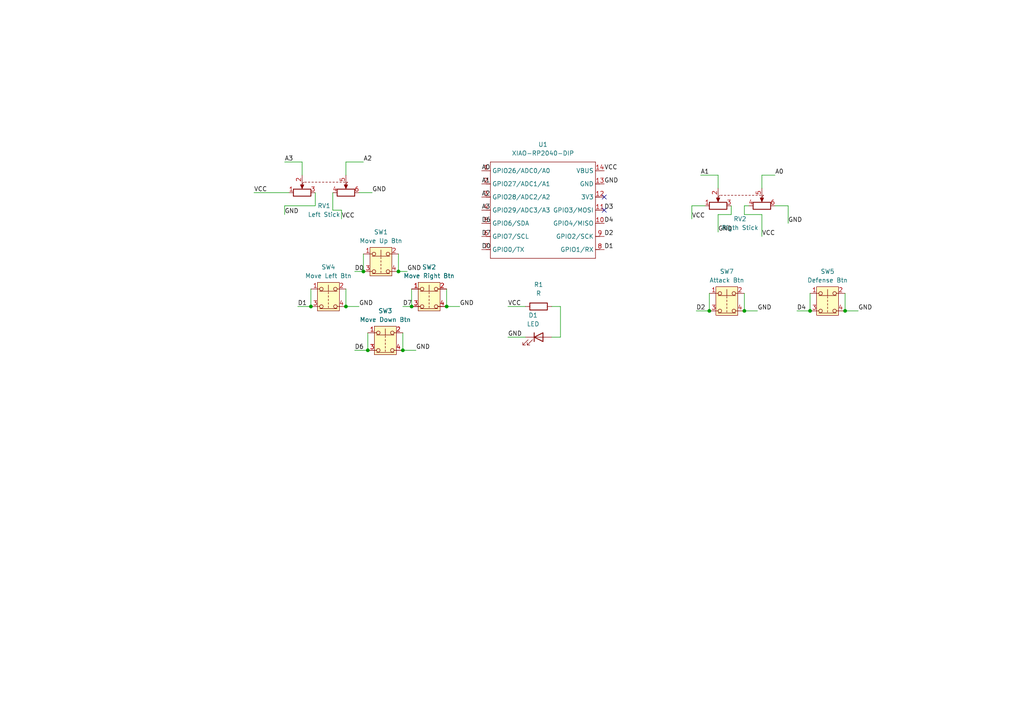
<source format=kicad_sch>
(kicad_sch (version 20250114) (generator "eeschema") (generator_version "9.0")
  (paper "A4")
  (lib_symbols
    (symbol "Device:LED" (pin_numbers (hide yes)) (pin_names (offset 1.016) (hide yes))
      (property "Reference" "D" (at 0 2.54 0))
      (property "Value" "LED" (at 0 -2.54 0))
      (symbol "LED_0_1"
        (polyline (pts (xy -3.048 -0.762) (xy -4.572 -2.286) (xy -3.81 -2.286) (xy -4.572 -2.286) (xy -4.572 -1.524)))
        (polyline (pts (xy -1.778 -0.762) (xy -3.302 -2.286) (xy -2.54 -2.286) (xy -3.302 -2.286) (xy -3.302 -1.524)))
        (polyline (pts (xy -1.27 0) (xy 1.27 0)))
        (polyline (pts (xy -1.27 -1.27) (xy -1.27 1.27)) (stroke (width 0.254)))
        (polyline (pts (xy 1.27 -1.27) (xy 1.27 1.27) (xy -1.27 0) (xy 1.27 -1.27)) (stroke (width 0.254)))
      )
      (symbol "LED_1_1"
        (pin passive line (at -3.81 0 0) (length 2.54) (name "K") (number "1"))
        (pin passive line (at 3.81 0 180) (length 2.54) (name "A") (number "2"))
      )
    )
    (symbol "Device:R" (pin_numbers (hide yes)) (pin_names (offset 0))
      (property "Reference" "R" (at 2.032 0 90))
      (property "Value" "R" (at 0 0 90))
      (symbol "R_0_1"
        (rectangle (start -1.016 -2.54) (end 1.016 2.54) (stroke (width 0.254)))
      )
      (symbol "R_1_1"
        (pin passive line (at 0 3.81 270) (length 1.27) (name "~") (number "1"))
        (pin passive line (at 0 -3.81 90) (length 1.27) (name "~") (number "2"))
      )
    )
    (symbol "Device:R_Potentiometer_Dual" (pin_names (offset 1.016) (hide yes))
      (property "Reference" "RV" (at 0 3.81 0))
      (property "Value" "R_Potentiometer_Dual" (at 0 1.905 0))
      (symbol "R_Potentiometer_Dual_0_1"
        (rectangle (start -8.89 -1.524) (end -3.81 -3.556) (stroke (width 0.254)))
        (polyline (pts (xy -6.35 0) (xy -6.35 -1.016)))
        (polyline (pts (xy -6.35 0) (xy -6.35 -1.016)))
        (polyline (pts (xy -6.35 0) (xy -5.842 0.508)))
        (polyline (pts (xy -6.35 -1.397) (xy -6.858 -0.254) (xy -5.842 -0.254) (xy -6.35 -1.397)) (fill (type outline)))
        (polyline (pts (xy -5.588 0.508) (xy -5.08 0.508)))
        (polyline (pts (xy -4.572 0.508) (xy -4.064 0.508)))
        (polyline (pts (xy -3.556 0.508) (xy -3.048 0.508)))
        (polyline (pts (xy -2.54 0.508) (xy -2.032 0.508)))
        (polyline (pts (xy -1.524 0.508) (xy -1.016 0.508)))
        (polyline (pts (xy -0.508 0.508) (xy 0 0.508)))
        (polyline (pts (xy 0.508 0.508) (xy 1.016 0.508)))
        (polyline (pts (xy 1.524 0.508) (xy 2.032 0.508)))
        (polyline (pts (xy 2.54 0.508) (xy 3.048 0.508)))
        (polyline (pts (xy 3.556 0.508) (xy 4.064 0.508)))
        (rectangle (start 3.81 -1.524) (end 8.89 -3.556) (stroke (width 0.254)))
        (polyline (pts (xy 4.572 0.508) (xy 5.08 0.508)))
        (polyline (pts (xy 5.588 0.508) (xy 6.096 0.508)))
        (polyline (pts (xy 6.35 0) (xy 6.35 -1.016)))
        (polyline (pts (xy 6.35 0) (xy 6.35 -1.016)))
        (polyline (pts (xy 6.35 -1.397) (xy 5.842 -0.254) (xy 6.858 -0.254) (xy 6.35 -1.397)) (fill (type outline)))
        (polyline (pts (xy 6.604 0.508) (xy 6.858 0.508) (xy 6.35 0)))
      )
      (symbol "R_Potentiometer_Dual_1_1"
        (pin passive line (at -10.16 -2.54 0) (length 1.27) (name "1") (number "1"))
        (pin passive line (at -6.35 2.54 270) (length 2.54) (name "2") (number "2"))
        (pin passive line (at -2.54 -2.54 180) (length 1.27) (name "3") (number "3"))
        (pin passive line (at 2.54 -2.54 0) (length 1.27) (name "4") (number "4"))
        (pin passive line (at 6.35 2.54 270) (length 2.54) (name "5") (number "5"))
        (pin passive line (at 10.16 -2.54 180) (length 1.27) (name "6") (number "6"))
      )
    )
    (symbol "OPL_LIBRARY:XIAO-RP2040-DIP"
      (property "Reference" "U" (at 0 0 0))
      (property "Value" "XIAO-RP2040-DIP" (at 5.334 -1.778 0))
      (symbol "XIAO-RP2040-DIP_1_0"
        (polyline (pts (xy -1.27 -2.54) (xy 29.21 -2.54)) (stroke (width 0.1524)))
        (polyline (pts (xy -1.27 -5.08) (xy -2.54 -5.08)) (stroke (width 0.1524)))
        (polyline (pts (xy -1.27 -5.08) (xy -1.27 -2.54)) (stroke (width 0.1524)))
        (polyline (pts (xy -1.27 -8.89) (xy -2.54 -8.89)) (stroke (width 0.1524)))
        (polyline (pts (xy -1.27 -8.89) (xy -1.27 -5.08)) (stroke (width 0.1524)))
        (polyline (pts (xy -1.27 -12.7) (xy -2.54 -12.7)) (stroke (width 0.1524)))
        (polyline (pts (xy -1.27 -12.7) (xy -1.27 -8.89)) (stroke (width 0.1524)))
        (polyline (pts (xy -1.27 -16.51) (xy -2.54 -16.51)) (stroke (width 0.1524)))
        (polyline (pts (xy -1.27 -16.51) (xy -1.27 -12.7)) (stroke (width 0.1524)))
        (polyline (pts (xy -1.27 -20.32) (xy -2.54 -20.32)) (stroke (width 0.1524)))
        (polyline (pts (xy -1.27 -24.13) (xy -2.54 -24.13)) (stroke (width 0.1524)))
        (polyline (pts (xy -1.27 -27.94) (xy -2.54 -27.94)) (stroke (width 0.1524)))
        (polyline (pts (xy -1.27 -30.48) (xy -1.27 -16.51)) (stroke (width 0.1524)))
        (polyline (pts (xy 29.21 -2.54) (xy 29.21 -5.08)) (stroke (width 0.1524)))
        (polyline (pts (xy 29.21 -5.08) (xy 29.21 -8.89)) (stroke (width 0.1524)))
        (polyline (pts (xy 29.21 -8.89) (xy 29.21 -12.7)) (stroke (width 0.1524)))
        (polyline (pts (xy 29.21 -12.7) (xy 29.21 -30.48)) (stroke (width 0.1524)))
        (polyline (pts (xy 29.21 -30.48) (xy -1.27 -30.48)) (stroke (width 0.1524)))
        (polyline (pts (xy 30.48 -5.08) (xy 29.21 -5.08)) (stroke (width 0.1524)))
        (polyline (pts (xy 30.48 -8.89) (xy 29.21 -8.89)) (stroke (width 0.1524)))
        (polyline (pts (xy 30.48 -12.7) (xy 29.21 -12.7)) (stroke (width 0.1524)))
        (polyline (pts (xy 30.48 -16.51) (xy 29.21 -16.51)) (stroke (width 0.1524)))
        (polyline (pts (xy 30.48 -20.32) (xy 29.21 -20.32)) (stroke (width 0.1524)))
        (polyline (pts (xy 30.48 -24.13) (xy 29.21 -24.13)) (stroke (width 0.1524)))
        (polyline (pts (xy 30.48 -27.94) (xy 29.21 -27.94)) (stroke (width 0.1524)))
        (pin passive line (at -3.81 -5.08 0) (length 2.54) (name "GPIO26/ADC0/A0") (number "1"))
        (pin passive line (at -3.81 -8.89 0) (length 2.54) (name "GPIO27/ADC1/A1") (number "2"))
        (pin passive line (at -3.81 -12.7 0) (length 2.54) (name "GPIO28/ADC2/A2") (number "3"))
        (pin passive line (at -3.81 -16.51 0) (length 2.54) (name "GPIO29/ADC3/A3") (number "4"))
        (pin passive line (at -3.81 -20.32 0) (length 2.54) (name "GPIO6/SDA") (number "5"))
        (pin passive line (at -3.81 -24.13 0) (length 2.54) (name "GPIO7/SCL") (number "6"))
        (pin passive line (at -3.81 -27.94 0) (length 2.54) (name "GPIO0/TX") (number "7"))
        (pin passive line (at 31.75 -5.08 180) (length 2.54) (name "VBUS") (number "14"))
        (pin passive line (at 31.75 -8.89 180) (length 2.54) (name "GND") (number "13"))
        (pin passive line (at 31.75 -12.7 180) (length 2.54) (name "3V3") (number "12"))
        (pin passive line (at 31.75 -16.51 180) (length 2.54) (name "GPIO3/MOSI") (number "11"))
        (pin passive line (at 31.75 -20.32 180) (length 2.54) (name "GPIO4/MISO") (number "10"))
        (pin passive line (at 31.75 -24.13 180) (length 2.54) (name "GPIO2/SCK") (number "9"))
        (pin passive line (at 31.75 -27.94 180) (length 2.54) (name "GPIO1/RX") (number "8"))
      )
    )
    (symbol "Switch:SW_Push_Open_Dual" (pin_names (offset 1.016) (hide yes))
      (property "Reference" "SW" (at 0 3.81 0))
      (property "Value" "SW_Push_Open_Dual" (at 0 -7.62 0))
      (symbol "SW_Push_Open_Dual_0_1"
        (circle (center -2.032 0) (radius 0.508))
        (circle (center -2.032 -5.08) (radius 0.508))
        (polyline (pts (xy 0 -0.635) (xy 0 1.143)))
        (polyline (pts (xy 0 -1.397) (xy 0 -0.889)))
        (polyline (pts (xy 0 -2.413) (xy 0 -1.905)))
        (polyline (pts (xy 0 -3.429) (xy 0 -2.921)))
        (polyline (pts (xy 0 -3.937) (xy 0 -4.445)))
        (polyline (pts (xy 0 -4.953) (xy 0 -5.461)))
        (circle (center 2.032 0) (radius 0.508))
        (circle (center 2.032 -5.08) (radius 0.508))
        (polyline (pts (xy 2.54 -0.635) (xy -2.54 -0.635)))
        (polyline (pts (xy 2.54 -5.715) (xy -2.54 -5.715)))
        (pin passive line (at -5.08 0 0) (length 2.54) (name "1") (number "1"))
        (pin passive line (at -5.08 -5.08 0) (length 2.54) (name "3") (number "3"))
        (pin passive line (at 5.08 0 180) (length 2.54) (name "2") (number "2"))
        (pin passive line (at 5.08 -5.08 180) (length 2.54) (name "4") (number "4"))
      )
      (symbol "SW_Push_Open_Dual_1_1"
        (rectangle (start -3.175 1.905) (end 3.175 -6.35) (fill (type background)))
      )
    )
  )
  (junction (at 119.38 88.9))
  (junction (at 105.41 78.74))
  (junction (at 205.74 90.17))
  (junction (at 234.95 90.17))
  (junction (at 106.68 101.6))
  (junction (at 100.33 88.9))
  (junction (at 90.17 88.9))
  (junction (at 245.11 90.17))
  (junction (at 116.84 101.6))
  (junction (at 115.57 78.74))
  (junction (at 129.54 88.9))
  (junction (at 215.9 90.17))
  (no_connect (at 175.26 60.96))
  (no_connect (at 175.26 57.15))
  (wire (pts (xy 106.68 96.52) (xy 106.68 101.6)))
  (wire (pts (xy 82.55 59.69) (xy 82.55 62.23)))
  (wire (pts (xy 104.14 55.88) (xy 107.95 55.88)))
  (wire (pts (xy 147.32 88.9) (xy 152.4 88.9)))
  (wire (pts (xy 73.66 55.88) (xy 83.82 55.88)))
  (wire (pts (xy 86.36 88.9) (xy 90.17 88.9)))
  (wire (pts (xy 245.11 85.09) (xy 245.11 90.17)))
  (wire (pts (xy 99.06 60.96) (xy 99.06 63.5)))
  (wire (pts (xy 100.33 46.99) (xy 105.41 46.99)))
  (wire (pts (xy 129.54 83.82) (xy 129.54 88.9)))
  (wire (pts (xy 204.47 59.69) (xy 200.66 59.69)))
  (wire (pts (xy 87.63 50.8) (xy 87.63 46.99)))
  (wire (pts (xy 129.54 88.9) (xy 133.35 88.9)))
  (wire (pts (xy 215.9 90.17) (xy 219.71 90.17)))
  (wire (pts (xy 212.09 62.23) (xy 208.28 62.23)))
  (wire (pts (xy 201.93 90.17) (xy 205.74 90.17)))
  (wire (pts (xy 228.6 59.69) (xy 228.6 64.77)))
  (wire (pts (xy 102.87 78.74) (xy 105.41 78.74)))
  (wire (pts (xy 217.17 59.69) (xy 215.9 59.69)))
  (wire (pts (xy 208.28 54.61) (xy 208.28 50.8)))
  (wire (pts (xy 116.84 101.6) (xy 120.65 101.6)))
  (wire (pts (xy 160.02 88.9) (xy 162.56 88.9)))
  (wire (pts (xy 100.33 88.9) (xy 104.14 88.9)))
  (wire (pts (xy 220.98 54.61) (xy 220.98 50.8)))
  (wire (pts (xy 220.98 50.8) (xy 224.79 50.8)))
  (wire (pts (xy 162.56 88.9) (xy 162.56 97.79)))
  (wire (pts (xy 119.38 83.82) (xy 119.38 88.9)))
  (wire (pts (xy 115.57 73.66) (xy 115.57 78.74)))
  (wire (pts (xy 96.52 60.96) (xy 99.06 60.96)))
  (wire (pts (xy 220.98 62.23) (xy 220.98 68.58)))
  (wire (pts (xy 115.57 78.74) (xy 118.11 78.74)))
  (wire (pts (xy 100.33 83.82) (xy 100.33 88.9)))
  (wire (pts (xy 96.52 55.88) (xy 96.52 60.96)))
  (wire (pts (xy 105.41 73.66) (xy 105.41 78.74)))
  (wire (pts (xy 90.17 83.82) (xy 90.17 88.9)))
  (wire (pts (xy 245.11 90.17) (xy 248.92 90.17)))
  (wire (pts (xy 200.66 59.69) (xy 200.66 63.5)))
  (wire (pts (xy 100.33 50.8) (xy 100.33 46.99)))
  (wire (pts (xy 224.79 59.69) (xy 228.6 59.69)))
  (wire (pts (xy 116.84 88.9) (xy 119.38 88.9)))
  (wire (pts (xy 147.32 97.79) (xy 152.4 97.79)))
  (wire (pts (xy 234.95 85.09) (xy 234.95 90.17)))
  (wire (pts (xy 82.55 46.99) (xy 87.63 46.99)))
  (wire (pts (xy 208.28 62.23) (xy 208.28 67.31)))
  (wire (pts (xy 160.02 97.79) (xy 162.56 97.79)))
  (wire (pts (xy 116.84 96.52) (xy 116.84 101.6)))
  (wire (pts (xy 203.2 50.8) (xy 208.28 50.8)))
  (wire (pts (xy 215.9 62.23) (xy 220.98 62.23)))
  (wire (pts (xy 231.14 90.17) (xy 234.95 90.17)))
  (wire (pts (xy 91.44 59.69) (xy 82.55 59.69)))
  (wire (pts (xy 205.74 85.09) (xy 205.74 90.17)))
  (wire (pts (xy 215.9 85.09) (xy 215.9 90.17)))
  (wire (pts (xy 212.09 59.69) (xy 212.09 62.23)))
  (wire (pts (xy 102.87 101.6) (xy 106.68 101.6)))
  (wire (pts (xy 91.44 55.88) (xy 91.44 59.69)))
  (wire (pts (xy 215.9 59.69) (xy 215.9 62.23)))
  (label "VCC" (at 175.26 49.53 0))
  (label "VCC" (at 200.66 63.5 0))
  (label "GND" (at 228.6 64.77 0))
  (label "D2" (at 175.26 68.58 0))
  (label "A2" (at 139.7 57.15 0))
  (label "GND" (at 107.95 55.88 0))
  (label "GND" (at 118.11 78.74 0))
  (label "GND" (at 147.32 97.79 0))
  (label "D7" (at 139.7 68.58 0))
  (label "GND" (at 175.26 53.34 0))
  (label "GND" (at 208.28 67.31 0))
  (label "A3" (at 139.7 60.96 0))
  (label "VCC" (at 73.66 55.88 0))
  (label "VCC" (at 147.32 88.9 0))
  (label "D7" (at 116.84 88.9 0))
  (label "D6" (at 102.87 101.6 0))
  (label "D0" (at 139.7 72.39 0))
  (label "A0" (at 224.79 50.8 0))
  (label "A3" (at 82.55 46.99 0))
  (label "D4" (at 175.26 64.77 0))
  (label "D0" (at 102.87 78.74 0))
  (label "A1" (at 139.7 53.34 0))
  (label "A0" (at 139.7 49.53 0))
  (label "D1" (at 86.36 88.9 0))
  (label "GND" (at 248.92 90.17 0))
  (label "GND" (at 219.71 90.17 0))
  (label "VCC" (at 99.06 63.5 0))
  (label "D3" (at 175.26 60.96 0))
  (label "A1" (at 203.2 50.8 0))
  (label "GND" (at 104.14 88.9 0))
  (label "D1" (at 175.26 72.39 0))
  (label "GND" (at 120.65 101.6 0))
  (label "D4" (at 231.14 90.17 0))
  (label "GND" (at 82.55 62.23 0))
  (label "D6" (at 139.7 64.77 0))
  (label "D2" (at 201.93 90.17 0))
  (label "VCC" (at 220.98 68.58 0))
  (label "A2" (at 105.41 46.99 0))
  (label "GND" (at 133.35 88.9 0))
  (symbol (lib_id "Device:R_Potentiometer_Dual") (at 214.63 57.15 0) (unit 1)
    (property "Reference" "RV2" (at 214.63 63.5 0))
    (property "Value" "Rigth Stick" (at 214.63 66.04 0))
    (property "Description" "Dual potentiometer" (effects (hide yes)))
  )
  (symbol (lib_id "Switch:SW_Push_Open_Dual") (at 111.76 96.52 0) (unit 1)
    (property "Reference" "SW3" (at 111.76 90.17 0))
    (property "Value" "Move Down Btn" (at 111.76 92.71 0))
    (property "Description" "Push button switch, normally closed, generic, four pins" (effects (hide yes)))
  )
  (symbol (lib_id "Device:LED") (at 156.21 97.79 0) (unit 1)
    (property "Reference" "D1" (at 154.6225 91.44 0))
    (property "Value" "LED" (at 154.6225 93.98 0))
    (property "Description" "Light emitting diode" (effects (hide yes)))
    (property "Sim.Pins" "1=K 2=A" (effects (hide yes)))
  )
  (symbol (lib_id "Switch:SW_Push_Open_Dual") (at 110.49 73.66 0) (unit 1)
    (property "Reference" "SW1" (at 110.49 67.31 0))
    (property "Value" "Move Up Btn" (at 110.49 69.85 0))
    (property "Description" "Push button switch, normally closed, generic, four pins" (effects (hide yes)))
  )
  (symbol (lib_id "Switch:SW_Push_Open_Dual") (at 240.03 85.09 0) (unit 1)
    (property "Reference" "SW5" (at 240.03 78.74 0))
    (property "Value" "Defense Btn" (at 240.03 81.28 0))
    (property "Description" "Push button switch, normally closed, generic, four pins" (effects (hide yes)))
  )
  (symbol (lib_id "Switch:SW_Push_Open_Dual") (at 210.82 85.09 0) (unit 1)
    (property "Reference" "SW7" (at 210.82 78.74 0))
    (property "Value" "Attack Btn" (at 210.82 81.28 0))
    (property "Description" "Push button switch, normally closed, generic, four pins" (effects (hide yes)))
  )
  (symbol (lib_id "Device:R_Potentiometer_Dual") (at 93.98 53.34 0) (unit 1)
    (property "Reference" "RV1" (at 93.98 59.69 0))
    (property "Value" "Left Stick" (at 93.98 62.23 0))
    (property "Description" "Dual potentiometer" (effects (hide yes)))
  )
  (symbol (lib_id "OPL_LIBRARY:XIAO-RP2040-DIP") (at 143.51 44.45 0) (unit 1)
    (property "Reference" "U1" (at 157.48 41.91 0))
    (property "Value" "XIAO-RP2040-DIP" (at 157.48 44.45 0))
    (property "Footprint" "Module:MOUDLE14P-XIAO-DIP-SMD" (effects (hide yes)))
  )
  (symbol (lib_id "Switch:SW_Push_Open_Dual") (at 95.25 83.82 0) (unit 1)
    (property "Reference" "SW4" (at 95.25 77.47 0))
    (property "Value" "Move Left Btn" (at 95.25 80.01 0))
    (property "Description" "Push button switch, normally closed, generic, four pins" (effects (hide yes)))
  )
  (symbol (lib_id "Switch:SW_Push_Open_Dual") (at 124.46 83.82 0) (unit 1)
    (property "Reference" "SW2" (at 124.46 77.47 0))
    (property "Value" "Move Right Btn" (at 124.46 80.01 0))
    (property "Description" "Push button switch, normally closed, generic, four pins" (effects (hide yes)))
  )
  (symbol (lib_id "Device:R") (at 156.21 88.9 90) (unit 1)
    (property "Reference" "R1" (at 156.21 82.55 90))
    (property "Value" "R" (at 156.21 85.09 90))
    (property "Description" "Resistor" (effects (hide yes)))
  )
)
</source>
